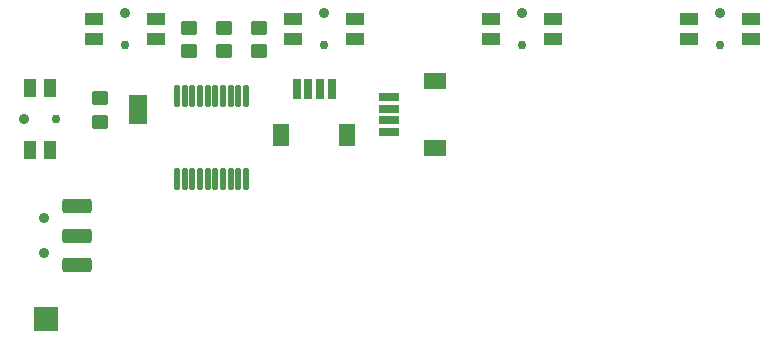
<source format=gbr>
%TF.GenerationSoftware,KiCad,Pcbnew,9.0.0*%
%TF.CreationDate,2025-07-21T10:24:21-07:00*%
%TF.ProjectId,chordlet,63686f72-646c-4657-942e-6b696361645f,rev?*%
%TF.SameCoordinates,Original*%
%TF.FileFunction,Soldermask,Top*%
%TF.FilePolarity,Negative*%
%FSLAX46Y46*%
G04 Gerber Fmt 4.6, Leading zero omitted, Abs format (unit mm)*
G04 Created by KiCad (PCBNEW 9.0.0) date 2025-07-21 10:24:21*
%MOMM*%
%LPD*%
G01*
G04 APERTURE LIST*
G04 Aperture macros list*
%AMRoundRect*
0 Rectangle with rounded corners*
0 $1 Rounding radius*
0 $2 $3 $4 $5 $6 $7 $8 $9 X,Y pos of 4 corners*
0 Add a 4 corners polygon primitive as box body*
4,1,4,$2,$3,$4,$5,$6,$7,$8,$9,$2,$3,0*
0 Add four circle primitives for the rounded corners*
1,1,$1+$1,$2,$3*
1,1,$1+$1,$4,$5*
1,1,$1+$1,$6,$7*
1,1,$1+$1,$8,$9*
0 Add four rect primitives between the rounded corners*
20,1,$1+$1,$2,$3,$4,$5,0*
20,1,$1+$1,$4,$5,$6,$7,0*
20,1,$1+$1,$6,$7,$8,$9,0*
20,1,$1+$1,$8,$9,$2,$3,0*%
%AMFreePoly0*
4,1,6,1.000000,0.000000,0.500000,-0.750000,-0.500000,-0.750000,-0.500000,0.750000,0.500000,0.750000,1.000000,0.000000,1.000000,0.000000,$1*%
%AMFreePoly1*
4,1,6,0.500000,-0.750000,-0.650000,-0.750000,-0.150000,0.000000,-0.650000,0.750000,0.500000,0.750000,0.500000,-0.750000,0.500000,-0.750000,$1*%
G04 Aperture macros list end*
%ADD10RoundRect,0.050800X0.300000X-0.775000X0.300000X0.775000X-0.300000X0.775000X-0.300000X-0.775000X0*%
%ADD11RoundRect,0.050800X0.600000X-0.900000X0.600000X0.900000X-0.600000X0.900000X-0.600000X-0.900000X0*%
%ADD12RoundRect,0.050800X0.775000X0.300000X-0.775000X0.300000X-0.775000X-0.300000X0.775000X-0.300000X0*%
%ADD13RoundRect,0.050800X0.900000X0.600000X-0.900000X0.600000X-0.900000X-0.600000X0.900000X-0.600000X0*%
%ADD14C,0.900000*%
%ADD15RoundRect,0.240000X-1.010000X0.360000X-1.010000X-0.360000X1.010000X-0.360000X1.010000X0.360000X0*%
%ADD16C,0.750000*%
%ADD17R,1.550000X1.000000*%
%ADD18RoundRect,0.125000X-0.125000X0.825000X-0.125000X-0.825000X0.125000X-0.825000X0.125000X0.825000X0*%
%ADD19RoundRect,0.250000X-0.450000X0.350000X-0.450000X-0.350000X0.450000X-0.350000X0.450000X0.350000X0*%
%ADD20FreePoly0,90.000000*%
%ADD21FreePoly1,90.000000*%
%ADD22R,2.000000X2.000000*%
%ADD23R,1.000000X1.550000*%
G04 APERTURE END LIST*
%TO.C,JP1*%
G36*
X197250000Y-92575000D02*
G01*
X198750000Y-92575000D01*
X198750000Y-90125000D01*
X197250000Y-90125000D01*
X197250000Y-92575000D01*
G37*
%TD*%
D10*
%TO.C,J1*%
X211419000Y-89594000D03*
X212419000Y-89594000D03*
X213419000Y-89594000D03*
X214419000Y-89594000D03*
D11*
X210119000Y-93494000D03*
X215719000Y-93494000D03*
%TD*%
D12*
%TO.C,J2*%
X219244000Y-93250000D03*
X219244000Y-92250000D03*
X219244000Y-91250000D03*
X219244000Y-90250000D03*
D13*
X223144000Y-94550000D03*
X223144000Y-88950000D03*
%TD*%
D14*
%TO.C,SW5*%
X190050000Y-100500000D03*
X190050000Y-103500000D03*
D15*
X192800000Y-99500000D03*
X192800000Y-102000000D03*
X192800000Y-104500000D03*
%TD*%
D14*
%TO.C,SW3*%
X247300000Y-83150000D03*
D16*
X247300000Y-85900000D03*
D17*
X244675000Y-83675000D03*
X249925000Y-83675000D03*
X244675000Y-85375000D03*
X249925000Y-85375000D03*
%TD*%
D18*
%TO.C,U1*%
X207125000Y-90175000D03*
X206475000Y-90175000D03*
X205825000Y-90175000D03*
X205175000Y-90175000D03*
X204525000Y-90175000D03*
X203875000Y-90175000D03*
X203225000Y-90175000D03*
X202575000Y-90175000D03*
X201925000Y-90175000D03*
X201275000Y-90175000D03*
X201275000Y-97175000D03*
X201925000Y-97175000D03*
X202575000Y-97175000D03*
X203225000Y-97175000D03*
X203875000Y-97175000D03*
X204525000Y-97175000D03*
X205175000Y-97175000D03*
X205825000Y-97175000D03*
X206475000Y-97175000D03*
X207125000Y-97175000D03*
%TD*%
D19*
%TO.C,R2*%
X208235000Y-84400000D03*
X208235000Y-86400000D03*
%TD*%
D20*
%TO.C,JP1*%
X198000000Y-92075000D03*
D21*
X198000000Y-90625000D03*
%TD*%
D19*
%TO.C,R3*%
X194750000Y-90350000D03*
X194750000Y-92350000D03*
%TD*%
D14*
%TO.C,SW1*%
X213695000Y-83150000D03*
D16*
X213695000Y-85900000D03*
D17*
X211070000Y-83675000D03*
X216320000Y-83675000D03*
X211070000Y-85375000D03*
X216320000Y-85375000D03*
%TD*%
D14*
%TO.C,SW2*%
X230500000Y-83150000D03*
D16*
X230500000Y-85900000D03*
D17*
X227875000Y-83675000D03*
X233125000Y-83675000D03*
X227875000Y-85375000D03*
X233125000Y-85375000D03*
%TD*%
D19*
%TO.C,R1*%
X205275000Y-84400000D03*
X205275000Y-86400000D03*
%TD*%
D22*
%TO.C,J3*%
X190200000Y-109075000D03*
%TD*%
D14*
%TO.C,SW4*%
X188325000Y-92150000D03*
D16*
X191075000Y-92150000D03*
D23*
X188850000Y-94775000D03*
X188850000Y-89525000D03*
X190550000Y-94775000D03*
X190550000Y-89525000D03*
%TD*%
D19*
%TO.C,R4*%
X202320000Y-84400000D03*
X202320000Y-86400000D03*
%TD*%
D14*
%TO.C,SW0*%
X196850000Y-83150000D03*
D16*
X196850000Y-85900000D03*
D17*
X194225000Y-83675000D03*
X199475000Y-83675000D03*
X194225000Y-85375000D03*
X199475000Y-85375000D03*
%TD*%
M02*

</source>
